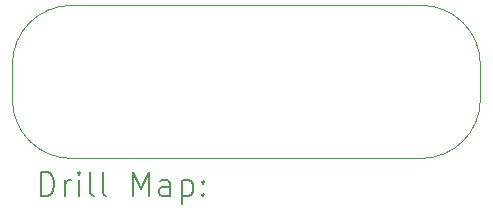
<source format=gbr>
%TF.GenerationSoftware,KiCad,Pcbnew,7.0.1*%
%TF.CreationDate,2024-05-21T14:39:31-07:00*%
%TF.ProjectId,Power_Filter_Board_V1,506f7765-725f-4466-996c-7465725f426f,rev?*%
%TF.SameCoordinates,Original*%
%TF.FileFunction,Drillmap*%
%TF.FilePolarity,Positive*%
%FSLAX45Y45*%
G04 Gerber Fmt 4.5, Leading zero omitted, Abs format (unit mm)*
G04 Created by KiCad (PCBNEW 7.0.1) date 2024-05-21 14:39:31*
%MOMM*%
%LPD*%
G01*
G04 APERTURE LIST*
%ADD10C,0.100000*%
%ADD11C,0.200000*%
G04 APERTURE END LIST*
D10*
X12491000Y-10101000D02*
G75*
G03*
X12991000Y-10601000I500000J0D01*
G01*
X15954000Y-10601000D02*
G75*
G03*
X16454000Y-10101000I0J500000D01*
G01*
X15954000Y-10601000D02*
X12991000Y-10601000D01*
X12991000Y-9305000D02*
G75*
G03*
X12491000Y-9805000I0J-500000D01*
G01*
X12491000Y-10101000D02*
X12491000Y-9805000D01*
X16454000Y-9805000D02*
G75*
G03*
X15954000Y-9305000I-500000J0D01*
G01*
X16454000Y-9805000D02*
X16454000Y-10101000D01*
X12991000Y-9305000D02*
X15954000Y-9305000D01*
D11*
X12733619Y-10918524D02*
X12733619Y-10718524D01*
X12733619Y-10718524D02*
X12781238Y-10718524D01*
X12781238Y-10718524D02*
X12809809Y-10728048D01*
X12809809Y-10728048D02*
X12828857Y-10747095D01*
X12828857Y-10747095D02*
X12838381Y-10766143D01*
X12838381Y-10766143D02*
X12847905Y-10804238D01*
X12847905Y-10804238D02*
X12847905Y-10832810D01*
X12847905Y-10832810D02*
X12838381Y-10870905D01*
X12838381Y-10870905D02*
X12828857Y-10889952D01*
X12828857Y-10889952D02*
X12809809Y-10909000D01*
X12809809Y-10909000D02*
X12781238Y-10918524D01*
X12781238Y-10918524D02*
X12733619Y-10918524D01*
X12933619Y-10918524D02*
X12933619Y-10785190D01*
X12933619Y-10823286D02*
X12943143Y-10804238D01*
X12943143Y-10804238D02*
X12952667Y-10794714D01*
X12952667Y-10794714D02*
X12971714Y-10785190D01*
X12971714Y-10785190D02*
X12990762Y-10785190D01*
X13057428Y-10918524D02*
X13057428Y-10785190D01*
X13057428Y-10718524D02*
X13047905Y-10728048D01*
X13047905Y-10728048D02*
X13057428Y-10737571D01*
X13057428Y-10737571D02*
X13066952Y-10728048D01*
X13066952Y-10728048D02*
X13057428Y-10718524D01*
X13057428Y-10718524D02*
X13057428Y-10737571D01*
X13181238Y-10918524D02*
X13162190Y-10909000D01*
X13162190Y-10909000D02*
X13152667Y-10889952D01*
X13152667Y-10889952D02*
X13152667Y-10718524D01*
X13286000Y-10918524D02*
X13266952Y-10909000D01*
X13266952Y-10909000D02*
X13257428Y-10889952D01*
X13257428Y-10889952D02*
X13257428Y-10718524D01*
X13514571Y-10918524D02*
X13514571Y-10718524D01*
X13514571Y-10718524D02*
X13581238Y-10861381D01*
X13581238Y-10861381D02*
X13647905Y-10718524D01*
X13647905Y-10718524D02*
X13647905Y-10918524D01*
X13828857Y-10918524D02*
X13828857Y-10813762D01*
X13828857Y-10813762D02*
X13819333Y-10794714D01*
X13819333Y-10794714D02*
X13800286Y-10785190D01*
X13800286Y-10785190D02*
X13762190Y-10785190D01*
X13762190Y-10785190D02*
X13743143Y-10794714D01*
X13828857Y-10909000D02*
X13809809Y-10918524D01*
X13809809Y-10918524D02*
X13762190Y-10918524D01*
X13762190Y-10918524D02*
X13743143Y-10909000D01*
X13743143Y-10909000D02*
X13733619Y-10889952D01*
X13733619Y-10889952D02*
X13733619Y-10870905D01*
X13733619Y-10870905D02*
X13743143Y-10851857D01*
X13743143Y-10851857D02*
X13762190Y-10842333D01*
X13762190Y-10842333D02*
X13809809Y-10842333D01*
X13809809Y-10842333D02*
X13828857Y-10832810D01*
X13924095Y-10785190D02*
X13924095Y-10985190D01*
X13924095Y-10794714D02*
X13943143Y-10785190D01*
X13943143Y-10785190D02*
X13981238Y-10785190D01*
X13981238Y-10785190D02*
X14000286Y-10794714D01*
X14000286Y-10794714D02*
X14009809Y-10804238D01*
X14009809Y-10804238D02*
X14019333Y-10823286D01*
X14019333Y-10823286D02*
X14019333Y-10880429D01*
X14019333Y-10880429D02*
X14009809Y-10899476D01*
X14009809Y-10899476D02*
X14000286Y-10909000D01*
X14000286Y-10909000D02*
X13981238Y-10918524D01*
X13981238Y-10918524D02*
X13943143Y-10918524D01*
X13943143Y-10918524D02*
X13924095Y-10909000D01*
X14105048Y-10899476D02*
X14114571Y-10909000D01*
X14114571Y-10909000D02*
X14105048Y-10918524D01*
X14105048Y-10918524D02*
X14095524Y-10909000D01*
X14095524Y-10909000D02*
X14105048Y-10899476D01*
X14105048Y-10899476D02*
X14105048Y-10918524D01*
X14105048Y-10794714D02*
X14114571Y-10804238D01*
X14114571Y-10804238D02*
X14105048Y-10813762D01*
X14105048Y-10813762D02*
X14095524Y-10804238D01*
X14095524Y-10804238D02*
X14105048Y-10794714D01*
X14105048Y-10794714D02*
X14105048Y-10813762D01*
M02*

</source>
